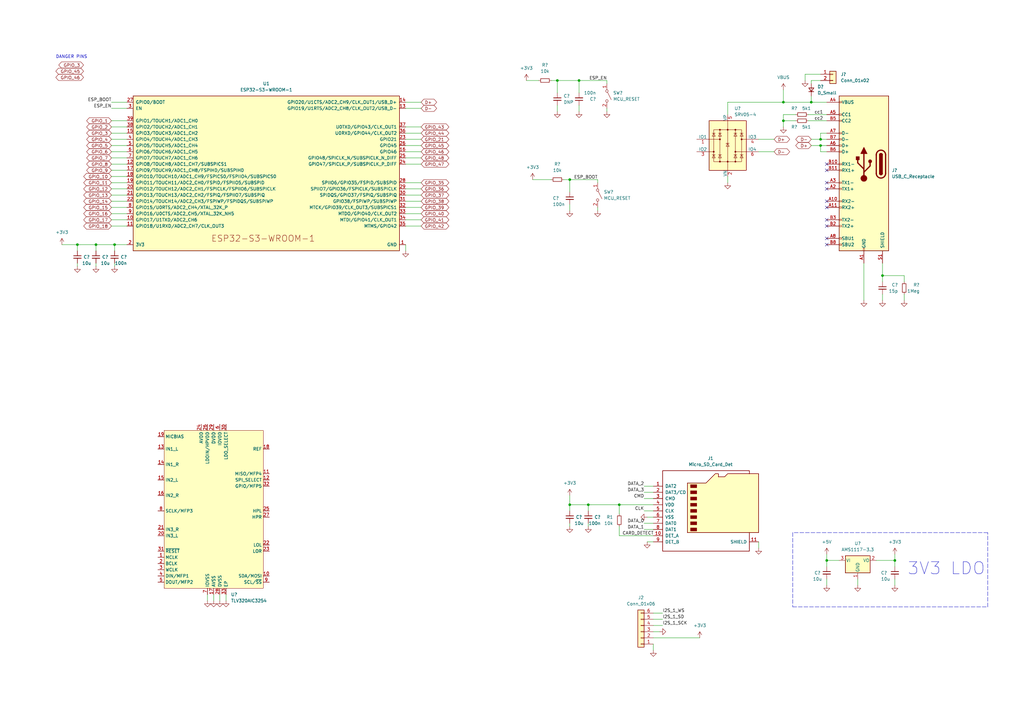
<source format=kicad_sch>
(kicad_sch (version 20211123) (generator eeschema)
  (paper "A3")
  (lib_symbols
    (symbol "Connector:Micro_SD_Card_Det" (pin_names (offset 1.016))
      (property "Reference" "J" (at -16.51 17.78 0))
      (property "Value" "Micro_SD_Card_Det" (at 16.51 17.78 0))
      (symbol "Micro_SD_Card_Det_1_1"
        (pin bidirectional line (at -22.86 10.16 0) (length 3.81) (name "DAT2") (number "1"))
        (pin passive line (at -22.86 -10.16 0) (length 3.81) (name "DET_A") (number "10"))
        (pin passive line (at 20.32 -12.7 180) (length 3.81) (name "SHIELD") (number "11"))
        (pin bidirectional line (at -22.86 7.62 0) (length 3.81) (name "DAT3/CD") (number "2"))
        (pin input line (at -22.86 5.08 0) (length 3.81) (name "CMD") (number "3"))
        (pin power_in line (at -22.86 2.54 0) (length 3.81) (name "VDD") (number "4"))
        (pin input line (at -22.86 0 0) (length 3.81) (name "CLK") (number "5"))
        (pin power_in line (at -22.86 -2.54 0) (length 3.81) (name "VSS") (number "6"))
        (pin bidirectional line (at -22.86 -5.08 0) (length 3.81) (name "DAT0") (number "7"))
        (pin bidirectional line (at -22.86 -7.62 0) (length 3.81) (name "DAT1") (number "8"))
        (pin passive line (at -22.86 -12.7 0) (length 3.81) (name "DET_B") (number "9"))
      )
    )
    (symbol "Connector:USB_C_Receptacle" (pin_names (offset 1.016))
      (property "Reference" "J" (at -10.16 29.21 0))
      (property "Value" "USB_C_Receptacle" (at 10.16 29.21 0))
      (symbol "USB_C_Receptacle_1_1"
        (pin passive line (at 0 -40.64 90) (length 5.08) (name "GND") (number "A1"))
        (pin bidirectional line (at 15.24 -15.24 180) (length 5.08) (name "RX2-") (number "A10"))
        (pin bidirectional line (at 15.24 -17.78 180) (length 5.08) (name "RX2+") (number "A11"))
        (pin passive line (at 0 -40.64 90) (length 5.08) hide (name "GND") (number "A12"))
        (pin bidirectional line (at 15.24 -10.16 180) (length 5.08) (name "TX1+") (number "A2"))
        (pin bidirectional line (at 15.24 -7.62 180) (length 5.08) (name "TX1-") (number "A3"))
        (pin passive line (at 15.24 25.4 180) (length 5.08) (name "VBUS") (number "A4"))
        (pin bidirectional line (at 15.24 20.32 180) (length 5.08) (name "CC1") (number "A5"))
        (pin bidirectional line (at 15.24 7.62 180) (length 5.08) (name "D+") (number "A6"))
        (pin bidirectional line (at 15.24 12.7 180) (length 5.08) (name "D-") (number "A7"))
        (pin bidirectional line (at 15.24 -30.48 180) (length 5.08) (name "SBU1") (number "A8"))
        (pin passive line (at 15.24 25.4 180) (length 5.08) hide (name "VBUS") (number "A9"))
        (pin passive line (at 0 -40.64 90) (length 5.08) hide (name "GND") (number "B1"))
        (pin bidirectional line (at 15.24 0 180) (length 5.08) (name "RX1-") (number "B10"))
        (pin bidirectional line (at 15.24 -2.54 180) (length 5.08) (name "RX1+") (number "B11"))
        (pin passive line (at 0 -40.64 90) (length 5.08) hide (name "GND") (number "B12"))
        (pin bidirectional line (at 15.24 -25.4 180) (length 5.08) (name "TX2+") (number "B2"))
        (pin bidirectional line (at 15.24 -22.86 180) (length 5.08) (name "TX2-") (number "B3"))
        (pin passive line (at 15.24 25.4 180) (length 5.08) hide (name "VBUS") (number "B4"))
        (pin bidirectional line (at 15.24 17.78 180) (length 5.08) (name "CC2") (number "B5"))
        (pin bidirectional line (at 15.24 5.08 180) (length 5.08) (name "D+") (number "B6"))
        (pin bidirectional line (at 15.24 10.16 180) (length 5.08) (name "D-") (number "B7"))
        (pin bidirectional line (at 15.24 -33.02 180) (length 5.08) (name "SBU2") (number "B8"))
        (pin passive line (at 15.24 25.4 180) (length 5.08) hide (name "VBUS") (number "B9"))
        (pin passive line (at -7.62 -40.64 90) (length 5.08) (name "SHIELD") (number "S1"))
      )
    )
    (symbol "Connector_Generic:Conn_01x02" (pin_names (offset 1.016) hide)
      (property "Reference" "J" (at 0 2.54 0))
      (property "Value" "Conn_01x02" (at 0 -5.08 0))
      (symbol "Conn_01x02_1_1"
        (pin passive line (at -5.08 0 0) (length 3.81) (name "Pin_1") (number "1"))
        (pin passive line (at -5.08 -2.54 0) (length 3.81) (name "Pin_2") (number "2"))
      )
    )
    (symbol "Connector_Generic:Conn_01x06" (pin_names (offset 1.016) hide)
      (property "Reference" "J" (at 0 7.62 0))
      (property "Value" "Conn_01x06" (at 0 -10.16 0))
      (symbol "Conn_01x06_1_1"
        (pin passive line (at -5.08 5.08 0) (length 3.81) (name "Pin_1") (number "1"))
        (pin passive line (at -5.08 2.54 0) (length 3.81) (name "Pin_2") (number "2"))
        (pin passive line (at -5.08 0 0) (length 3.81) (name "Pin_3") (number "3"))
        (pin passive line (at -5.08 -2.54 0) (length 3.81) (name "Pin_4") (number "4"))
        (pin passive line (at -5.08 -5.08 0) (length 3.81) (name "Pin_5") (number "5"))
        (pin passive line (at -5.08 -7.62 0) (length 3.81) (name "Pin_6") (number "6"))
      )
    )
    (symbol "Device:C" (pin_numbers hide) (pin_names (offset 0.254))
      (property "Reference" "C" (at 0.635 2.54 0))
      (property "Value" "C" (at 0.635 -2.54 0))
      (symbol "C_1_1"
        (pin passive line (at 0 3.81 270) (length 2.794) (name "~") (number "1"))
        (pin passive line (at 0 -3.81 90) (length 2.794) (name "~") (number "2"))
      )
    )
    (symbol "Device:C_Small" (pin_numbers hide) (pin_names (offset 0.254) hide)
      (property "Reference" "C" (at 0.254 1.778 0))
      (property "Value" "C_Small" (at 0.254 -2.032 0))
      (symbol "C_Small_1_1"
        (pin passive line (at 0 2.54 270) (length 2.032) (name "~") (number "1"))
        (pin passive line (at 0 -2.54 90) (length 2.032) (name "~") (number "2"))
      )
    )
    (symbol "Device:D_Small" (pin_numbers hide) (pin_names (offset 0.254) hide)
      (property "Reference" "D" (at -1.27 2.032 0))
      (property "Value" "D_Small" (at -3.81 -2.032 0))
      (symbol "D_Small_1_1"
        (pin passive line (at -2.54 0 0) (length 1.778) (name "K") (number "1"))
        (pin passive line (at 2.54 0 180) (length 1.778) (name "A") (number "2"))
      )
    )
    (symbol "Device:LED_Small" (pin_numbers hide) (pin_names (offset 0.254) hide)
      (property "Reference" "D" (at -1.27 3.175 0))
      (property "Value" "LED_Small" (at -4.445 -2.54 0))
      (symbol "LED_Small_1_1"
        (pin passive line (at -2.54 0 0) (length 1.778) (name "K") (number "1"))
        (pin passive line (at 2.54 0 180) (length 1.778) (name "A") (number "2"))
      )
    )
    (symbol "Device:L_Small" (pin_numbers hide) (pin_names (offset 0.254) hide)
      (property "Reference" "L" (at 0.762 1.016 0))
      (property "Value" "L_Small" (at 0.762 -1.016 0))
      (symbol "L_Small_1_1"
        (pin passive line (at 0 2.54 270) (length 0.508) (name "~") (number "1"))
        (pin passive line (at 0 -2.54 90) (length 0.508) (name "~") (number "2"))
      )
    )
    (symbol "Device:R" (pin_numbers hide) (pin_names (offset 0))
      (property "Reference" "R" (at 2.032 0 90))
      (property "Value" "R" (at 0 0 90))
      (symbol "R_1_1"
        (pin passive line (at 0 3.81 270) (length 1.27) (name "~") (number "1"))
        (pin passive line (at 0 -3.81 90) (length 1.27) (name "~") (number "2"))
      )
    )
    (symbol "Device:R_Small" (pin_numbers hide) (pin_names (offset 0.254) hide)
      (property "Reference" "R" (at 0.762 0.508 0))
      (property "Value" "R_Small" (at 0.762 -1.016 0))
      (symbol "R_Small_1_1"
        (pin passive line (at 0 2.54 270) (length 0.762) (name "~") (number "1"))
        (pin passive line (at 0 -2.54 90) (length 0.762) (name "~") (number "2"))
      )
    )
    (symbol "Espressif:ESP32-S3-WROOM-1" (pin_names (offset 1.016))
      (property "Reference" "U" (at -53.34 38.1 0))
      (property "Value" "ESP32-S3-WROOM-1" (at -53.34 35.56 0))
      (symbol "ESP32-S3-WROOM-1_0_0"
        (text "ESP32-S3-WROOM-1" (at 0 -25.4 0) (effects (font (size 2.54 2.54))))
        (pin power_in line (at 58.42 -27.94 180) (length 2.54) (name "GND") (number "1"))
        (pin bidirectional line (at -55.88 -17.78 0) (length 2.54) (name "GPIO17/U1TXD/ADC2_CH6") (number "10"))
        (pin bidirectional line (at -55.88 -20.32 0) (length 2.54) (name "GPIO18/U1RXD/ADC2_CH7/CLK_OUT3") (number "11"))
        (pin bidirectional line (at -55.88 5.08 0) (length 2.54) (name "GPIO8/TOUCH8/ADC1_CH7/SUBSPICS1") (number "12"))
        (pin bidirectional line (at 58.42 27.94 180) (length 2.54) (name "GPIO19/U1RTS/ADC2_CH8/CLK_OUT2/USB_D-") (number "13"))
        (pin bidirectional line (at 58.42 30.48 180) (length 2.54) (name "GPIO20/U1CTS/ADC2_CH9/CLK_OUT1/USB_D+") (number "14"))
        (pin bidirectional line (at -55.88 17.78 0) (length 2.54) (name "GPIO3/TOUCH3/ADC1_CH2") (number "15"))
        (pin bidirectional line (at 58.42 10.16 180) (length 2.54) (name "GPIO46") (number "16"))
        (pin bidirectional line (at -55.88 2.54 0) (length 2.54) (name "GPIO9/TOUCH9/ADC1_CH8/FSPIHD/SUBSPIHD") (number "17"))
        (pin bidirectional line (at -55.88 0 0) (length 2.54) (name "GPIO10/TOUCH10/ADC1_CH9/FSPICS0/FSPIIO4/SUBSPICS0") (number "18"))
        (pin bidirectional line (at -55.88 -2.54 0) (length 2.54) (name "GPIO11/TOUCH11/ADC2_CH0/FSPID/FSPIIO5/SUBSPID") (number "19"))
        (pin power_in line (at -55.88 -27.94 0) (length 2.54) (name "3V3") (number "2"))
        (pin bidirectional line (at -55.88 -5.08 0) (length 2.54) (name "GPIO12/TOUCH12/ADC2_CH1/FSPICLK/FSPIIO6/SUBSPICLK") (number "20"))
        (pin bidirectional line (at -55.88 -7.62 0) (length 2.54) (name "GPIO13/TOUCH13/ADC2_CH2/FSPIQ/FSPIIO7/SUBSPIQ") (number "21"))
        (pin bidirectional line (at -55.88 -10.16 0) (length 2.54) (name "GPIO14/TOUCH14/ADC2_CH3/FSPIWP/FSPIDQS/SUBSPIWP") (number "22"))
        (pin bidirectional line (at 58.42 15.24 180) (length 2.54) (name "GPIO21") (number "23"))
        (pin bidirectional line (at 58.42 5.08 180) (length 2.54) (name "GPIO47/SPICLK_P/SUBSPICLK_P_DIFF") (number "24"))
        (pin bidirectional line (at 58.42 7.62 180) (length 2.54) (name "GPIO48/SPICLK_N/SUBSPICLK_N_DIFF") (number "25"))
        (pin bidirectional line (at 58.42 12.7 180) (length 2.54) (name "GPIO45") (number "26"))
        (pin bidirectional line (at -55.88 30.48 0) (length 2.54) (name "GPIO0/BOOT") (number "27"))
        (pin bidirectional line (at 58.42 -2.54 180) (length 2.54) (name "SPIIO6/GPIO35/FSPID/SUBSPID") (number "28"))
        (pin bidirectional line (at 58.42 -5.08 180) (length 2.54) (name "SPIIO7/GPIO36/FSPICLK/SUBSPICLK") (number "29"))
        (pin input line (at -55.88 27.94 0) (length 2.54) (name "EN") (number "3"))
        (pin bidirectional line (at 58.42 -7.62 180) (length 2.54) (name "SPIDQS/GPIO37/FSPIQ/SUBSPIQ") (number "30"))
        (pin bidirectional line (at 58.42 -10.16 180) (length 2.54) (name "GPIO38/FSPIWP/SUBSPIWP") (number "31"))
        (pin bidirectional line (at 58.42 -12.7 180) (length 2.54) (name "MTCK/GPIO39/CLK_OUT3/SUBSPICS1") (number "32"))
        (pin bidirectional line (at 58.42 -15.24 180) (length 2.54) (name "MTDO/GPIO40/CLK_OUT2") (number "33"))
        (pin bidirectional line (at 58.42 -17.78 180) (length 2.54) (name "MTDI/GPIO41/CLK_OUT1") (number "34"))
        (pin bidirectional line (at 58.42 -20.32 180) (length 2.54) (name "MTMS/GPIO42") (number "35"))
        (pin bidirectional line (at 58.42 17.78 180) (length 2.54) (name "U0RXD/GPIO44/CLK_OUT2") (number "36"))
        (pin bidirectional line (at 58.42 20.32 180) (length 2.54) (name "U0TXD/GPIO43/CLK_OUT1") (number "37"))
        (pin bidirectional line (at -55.88 20.32 0) (length 2.54) (name "GPIO2/TOUCH2/ADC1_CH1") (number "38"))
        (pin bidirectional line (at -55.88 22.86 0) (length 2.54) (name "GPIO1/TOUCH1/ADC1_CH0") (number "39"))
        (pin bidirectional line (at -55.88 15.24 0) (length 2.54) (name "GPIO4/TOUCH4/ADC1_CH3") (number "4"))
        (pin passive line (at 58.42 -27.94 180) (length 2.54) hide (name "GND") (number "40"))
        (pin passive line (at 58.42 -27.94 180) (length 2.54) hide (name "GND") (number "41"))
        (pin bidirectional line (at -55.88 12.7 0) (length 2.54) (name "GPIO5/TOUCH5/ADC1_CH4") (number "5"))
        (pin bidirectional line (at -55.88 10.16 0) (length 2.54) (name "GPIO6/TOUCH6/ADC1_CH5") (number "6"))
        (pin bidirectional line (at -55.88 7.62 0) (length 2.54) (name "GPIO7/TOUCH7/ADC1_CH6") (number "7"))
        (pin bidirectional line (at -55.88 -12.7 0) (length 2.54) (name "GPIO15/U0RTS/ADC2_CH4/XTAL_32K_P") (number "8"))
        (pin bidirectional line (at -55.88 -15.24 0) (length 2.54) (name "GPIO16/U0CTS/ADC2_CH5/XTAL_32K_NH5") (number "9"))
      )
    )
    (symbol "My_custom_lib:TLV320AIC3254"
      (property "Reference" "U" (at 17.78 34.29 0))
      (property "Value" "TLV320AIC3254" (at 2.54 2.54 0))
      (symbol "TLV320AIC3254_1_1"
        (pin input line (at -22.86 -20.32 0) (length 2.54) (name "MCLK") (number "1"))
        (pin input line (at 22.86 -27.94 180) (length 2.54) (name "SDA/MOSI") (number "10"))
        (pin input line (at 22.86 13.97 180) (length 2.54) (name "MISO/MFP4") (number "11"))
        (pin input line (at 22.86 11.43 180) (length 2.54) (name "SPI_SELECT") (number "12"))
        (pin input line (at -22.86 24.13 0) (length 2.54) (name "IN1_L") (number "13"))
        (pin input line (at -22.86 17.78 0) (length 2.54) (name "IN1_R") (number "14"))
        (pin input line (at -22.86 11.43 0) (length 2.54) (name "IN2_L") (number "15"))
        (pin input line (at -22.86 5.08 0) (length 2.54) (name "IN2_R") (number "16"))
        (pin power_in line (at 0 -35.56 90) (length 2.54) (name "AVSS") (number "17"))
        (pin input line (at 22.86 24.13 180) (length 2.54) (name "REF") (number "18"))
        (pin input line (at -22.86 29.21 0) (length 2.54) (name "MICBIAS") (number "19"))
        (pin input line (at -22.86 -22.86 0) (length 2.54) (name "BCLK") (number "2"))
        (pin input line (at -22.86 -11.43 0) (length 2.54) (name "IN3_L") (number "20"))
        (pin input line (at -22.86 -8.89 0) (length 2.54) (name "IN3_R") (number "21"))
        (pin input line (at 22.86 -15.24 180) (length 2.54) (name "LOL") (number "22"))
        (pin input line (at 22.86 -17.78 180) (length 2.54) (name "LOR") (number "23"))
        (pin power_in line (at -5.08 34.29 270) (length 2.54) (name "AVDD") (number "24"))
        (pin input line (at 22.86 -1.27 180) (length 2.54) (name "HPL") (number "25"))
        (pin power_in line (at -2.54 34.29 270) (length 2.54) (name "LDOIN/HPVDD") (number "26"))
        (pin input line (at 22.86 -3.81 180) (length 2.54) (name "HPR") (number "27"))
        (pin power_in line (at 2.54 -35.56 90) (length 2.54) (name "DVSS") (number "28"))
        (pin power_in line (at 0 34.29 270) (length 2.54) (name "DVDD") (number "29"))
        (pin input line (at -22.86 -25.4 0) (length 2.54) (name "WCLK") (number "3"))
        (pin input line (at 5.08 34.29 270) (length 2.54) (name "LDO_SELECT") (number "30"))
        (pin input line (at -22.86 -17.78 0) (length 2.54) (name "~{RESET}") (number "31"))
        (pin input line (at 22.86 8.89 180) (length 2.54) (name "GPIO/MFP5") (number "32"))
        (pin input line (at 5.08 -35.56 90) (length 2.54) (name "EP") (number "33"))
        (pin input line (at -22.86 -27.94 0) (length 2.54) (name "DIN/MFP1") (number "4"))
        (pin input line (at -22.86 -30.48 0) (length 2.54) (name "DOUT/MFP2") (number "5"))
        (pin power_in line (at 2.54 34.29 270) (length 2.54) (name "IOVDD") (number "6"))
        (pin power_in line (at -2.54 -35.56 90) (length 2.54) (name "IOVSS") (number "7"))
        (pin input line (at -22.86 -1.27 0) (length 2.54) (name "SCLK/MFP3") (number "8"))
        (pin input line (at 22.86 -30.48 180) (length 2.54) (name "SCL/~{SS}") (number "9"))
      )
    )
    (symbol "Power_Protection:SRV05-4" (pin_names (offset 0))
      (property "Reference" "U" (at -5.08 11.43 0))
      (property "Value" "SRV05-4" (at 2.54 11.43 0))
      (symbol "SRV05-4_1_1"
        (pin passive line (at -12.7 2.54 0) (length 5.08) (name "IO1") (number "1"))
        (pin passive line (at 0 -12.7 90) (length 2.54) (name "VN") (number "2"))
        (pin passive line (at -12.7 -2.54 0) (length 5.08) (name "IO2") (number "3"))
        (pin passive line (at 12.7 2.54 180) (length 5.08) (name "IO3") (number "4"))
        (pin passive line (at 0 12.7 270) (length 2.54) (name "VP") (number "5"))
        (pin passive line (at 12.7 -2.54 180) (length 5.08) (name "IO4") (number "6"))
      )
    )
    (symbol "Regulator_Linear:AMS1117-3.3" (pin_names (offset 0.254))
      (property "Reference" "U" (at -3.81 3.175 0))
      (property "Value" "AMS1117-3.3" (at 0 3.175 0))
      (symbol "AMS1117-3.3_1_1"
        (pin power_in line (at 0 -7.62 90) (length 2.54) (name "GND") (number "1"))
        (pin power_out line (at 7.62 0 180) (length 2.54) (name "VO") (number "2"))
        (pin power_in line (at -7.62 0 0) (length 2.54) (name "VI") (number "3"))
      )
    )
    (symbol "Switch:SW_SPST" (pin_names (offset 0) hide)
      (property "Reference" "SW" (at 0 3.175 0))
      (property "Value" "SW_SPST" (at 0 -2.54 0))
      (symbol "SW_SPST_1_1"
        (pin passive line (at -5.08 0 0) (length 2.54) (name "A") (number "1"))
        (pin passive line (at 5.08 0 180) (length 2.54) (name "B") (number "2"))
      )
    )
    (symbol "power:+3V3" (power) (pin_names (offset 0))
      (property "Value" "+3V3" (at 0 3.556 0))
      (symbol "+3V3_1_1"
        (pin power_in line (at 0 0 90) (length 0) hide (name "+3V3") (number "1"))
      )
    )
    (symbol "power:+5V" (power) (pin_names (offset 0))
      (property "Value" "+5V" (at 0 3.556 0))
      (symbol "+5V_1_1"
        (pin power_in line (at 0 0 90) (length 0) hide (name "+5V") (number "1"))
      )
    )
    (symbol "power:GND" (power) (pin_names (offset 0))
      (property "Value" "GND" (at 0 -3.81 0))
      (symbol "GND_1_1"
        (pin power_in line (at 0 0 270) (length 0) hide (name "GND") (number "1"))
      )
    )
    (symbol "power:VBUS" (power) (pin_names (offset 0))
      (property "Value" "VBUS" (at 0 3.81 0))
      (symbol "VBUS_1_1"
        (pin power_in line (at 0 0 90) (length 0) hide (name "VBUS") (number "1"))
      )
    )
  )
  (junction (at 339.09 229.87))
  (junction (at 254 207.01))
  (junction (at 228.6 33.02))
  (junction (at 233.68 207.01))
  (junction (at 332.74 41.91))
  (junction (at 321.31 41.91))
  (junction (at 336.55 59.69))
  (junction (at 233.68 73.66))
  (junction (at 241.3 207.01))
  (junction (at 321.31 49.53))
  (junction (at 31.75 100.33))
  (junction (at 46.99 100.33))
  (junction (at 336.55 57.15))
  (junction (at 39.37 100.33))
  (junction (at 237.49 33.02))
  (junction (at 361.95 113.03))
  (junction (at 367.03 229.87))
  (no_connect (at 339.09 97.79))
  (no_connect (at 339.09 82.55))
  (no_connect (at 339.09 67.31))
  (no_connect (at 339.09 77.47))
  (no_connect (at 339.09 85.09))
  (no_connect (at 339.09 92.71))
  (no_connect (at 339.09 74.93))
  (no_connect (at 339.09 69.85))
  (no_connect (at 339.09 100.33))
  (no_connect (at 339.09 90.17))
  (wire (pts (xy 248.92 44.45) (xy 248.92 45.72)))
  (wire (pts (xy 245.11 85.09) (xy 245.11 86.36)))
  (wire (pts (xy 267.97 261.62) (xy 287.02 261.62)))
  (wire (pts (xy 317.5 57.15) (xy 311.15 57.15)))
  (wire (pts (xy 45.72 41.91) (xy 52.07 41.91)))
  (wire (pts (xy 228.6 38.1) (xy 228.6 33.02)))
  (wire (pts (xy 241.3 207.01) (xy 254 207.01)))
  (wire (pts (xy 267.97 256.54) (xy 271.78 256.54)))
  (wire (pts (xy 45.72 49.53) (xy 52.07 49.53)))
  (wire (pts (xy 172.72 77.47) (xy 166.37 77.47)))
  (wire (pts (xy 267.97 259.08) (xy 270.51 259.08)))
  (wire (pts (xy 172.72 59.69) (xy 166.37 59.69)))
  (wire (pts (xy 351.79 240.03) (xy 351.79 237.49)))
  (wire (pts (xy 248.92 33.02) (xy 248.92 34.29)))
  (wire (pts (xy 39.37 100.33) (xy 39.37 102.87)))
  (wire (pts (xy 228.6 33.02) (xy 237.49 33.02)))
  (wire (pts (xy 33.02 -33.02) (xy 33.02 -31.75)))
  (wire (pts (xy 45.72 69.85) (xy 52.07 69.85)))
  (wire (pts (xy 370.84 120.65) (xy 370.84 123.19)))
  (wire (pts (xy 336.55 54.61) (xy 336.55 57.15)))
  (wire (pts (xy 298.45 46.99) (xy 298.45 41.91)))
  (wire (pts (xy 331.47 49.53) (xy 339.09 49.53)))
  (wire (pts (xy 267.97 254) (xy 271.78 254)))
  (wire (pts (xy 361.95 113.03) (xy 370.84 113.03)))
  (wire (pts (xy 45.72 44.45) (xy 52.07 44.45)))
  (wire (pts (xy 45.72 64.77) (xy 52.07 64.77)))
  (wire (pts (xy 45.72 82.55) (xy 52.07 82.55)))
  (wire (pts (xy 45.72 52.07) (xy 52.07 52.07)))
  (wire (pts (xy 332.74 59.69) (xy 336.55 59.69)))
  (wire (pts (xy 361.95 113.03) (xy 361.95 107.95)))
  (wire (pts (xy 87.63 243.84) (xy 87.63 246.38)))
  (wire (pts (xy 332.74 41.91) (xy 339.09 41.91)))
  (wire (pts (xy 370.84 113.03) (xy 370.84 115.57)))
  (wire (pts (xy 339.09 240.03) (xy 339.09 237.49)))
  (wire (pts (xy 39.37 107.95) (xy 39.37 109.22)))
  (wire (pts (xy 339.09 232.41) (xy 339.09 229.87)))
  (wire (pts (xy 52.07 100.33) (xy 46.99 100.33)))
  (wire (pts (xy 254 219.71) (xy 254 215.9)))
  (wire (pts (xy 264.16 199.39) (xy 267.97 199.39)))
  (wire (pts (xy 298.45 74.93) (xy 298.45 72.39)))
  (wire (pts (xy 336.55 54.61) (xy 339.09 54.61)))
  (wire (pts (xy 336.55 33.02) (xy 332.74 33.02)))
  (wire (pts (xy 172.72 44.45) (xy 166.37 44.45)))
  (wire (pts (xy 336.55 57.15) (xy 339.09 57.15)))
  (wire (pts (xy 367.03 232.41) (xy 367.03 229.87)))
  (wire (pts (xy 254 207.01) (xy 267.97 207.01)))
  (wire (pts (xy 45.72 92.71) (xy 52.07 92.71)))
  (wire (pts (xy 367.03 227.33) (xy 367.03 229.87)))
  (wire (pts (xy 237.49 38.1) (xy 237.49 33.02)))
  (wire (pts (xy 25.4 100.33) (xy 31.75 100.33)))
  (wire (pts (xy 321.31 52.07) (xy 321.31 49.53)))
  (wire (pts (xy 233.68 214.63) (xy 233.68 215.9)))
  (wire (pts (xy 264.16 217.17) (xy 267.97 217.17)))
  (wire (pts (xy 332.74 57.15) (xy 336.55 57.15)))
  (wire (pts (xy 45.72 67.31) (xy 52.07 67.31)))
  (wire (pts (xy 116.84 -34.29) (xy 116.84 -31.75)))
  (wire (pts (xy 332.74 33.02) (xy 332.74 34.29)))
  (wire (pts (xy 233.68 73.66) (xy 231.14 73.66)))
  (wire (pts (xy 90.17 243.84) (xy 90.17 246.38)))
  (wire (pts (xy 237.49 33.02) (xy 248.92 33.02)))
  (wire (pts (xy 336.55 59.69) (xy 336.55 62.23)))
  (wire (pts (xy 264.16 204.47) (xy 267.97 204.47)))
  (wire (pts (xy 172.72 92.71) (xy 166.37 92.71)))
  (wire (pts (xy 361.95 120.65) (xy 361.95 123.19)))
  (wire (pts (xy 45.72 74.93) (xy 52.07 74.93)))
  (wire (pts (xy 237.49 43.18) (xy 237.49 45.72)))
  (wire (pts (xy 226.06 33.02) (xy 228.6 33.02)))
  (wire (pts (xy 45.72 85.09) (xy 52.07 85.09)))
  (wire (pts (xy 330.2 30.48) (xy 330.2 33.02)))
  (wire (pts (xy 267.97 264.16) (xy 267.97 266.7)))
  (wire (pts (xy 33.02 -40.64) (xy 33.02 -38.1)))
  (wire (pts (xy 330.2 30.48) (xy 336.55 30.48)))
  (wire (pts (xy 218.44 73.66) (xy 226.06 73.66)))
  (wire (pts (xy 245.11 74.93) (xy 245.11 73.66)))
  (wire (pts (xy 172.72 74.93) (xy 166.37 74.93)))
  (wire (pts (xy 46.99 100.33) (xy 39.37 100.33)))
  (wire (pts (xy 45.72 80.01) (xy 52.07 80.01)))
  (wire (pts (xy 265.43 222.25) (xy 267.97 222.25)))
  (wire (pts (xy 172.72 62.23) (xy 166.37 62.23)))
  (wire (pts (xy 233.68 73.66) (xy 245.11 73.66)))
  (wire (pts (xy 31.75 100.33) (xy 31.75 102.87)))
  (wire (pts (xy 233.68 78.74) (xy 233.68 73.66)))
  (wire (pts (xy 166.37 100.33) (xy 166.37 102.87)))
  (wire (pts (xy 233.68 83.82) (xy 233.68 86.36)))
  (wire (pts (xy 45.72 57.15) (xy 52.07 57.15)))
  (wire (pts (xy 172.72 54.61) (xy 166.37 54.61)))
  (wire (pts (xy 321.31 46.99) (xy 326.39 46.99)))
  (wire (pts (xy 92.71 243.84) (xy 92.71 246.38)))
  (wire (pts (xy 233.68 207.01) (xy 233.68 209.55)))
  (wire (pts (xy 233.68 203.2) (xy 233.68 207.01)))
  (polyline (pts (xy 325.12 248.92) (xy 405.13 248.92)))
  (wire (pts (xy 267.97 212.09) (xy 265.43 212.09)))
  (polyline (pts (xy 405.13 218.44) (xy 325.12 218.44)))
  (wire (pts (xy 264.16 201.93) (xy 267.97 201.93)))
  (wire (pts (xy 336.55 59.69) (xy 339.09 59.69)))
  (wire (pts (xy 354.33 107.95) (xy 354.33 123.19)))
  (wire (pts (xy 45.72 54.61) (xy 52.07 54.61)))
  (wire (pts (xy 336.55 62.23) (xy 339.09 62.23)))
  (wire (pts (xy 254 210.82) (xy 254 207.01)))
  (wire (pts (xy 85.09 243.84) (xy 85.09 246.38)))
  (wire (pts (xy 311.15 222.25) (xy 311.15 224.79)))
  (wire (pts (xy 241.3 207.01) (xy 241.3 209.55)))
  (wire (pts (xy 116.84 -44.45) (xy 116.84 -39.37)))
  (wire (pts (xy 317.5 62.23) (xy 311.15 62.23)))
  (wire (pts (xy 172.72 67.31) (xy 166.37 67.31)))
  (wire (pts (xy 45.72 77.47) (xy 52.07 77.47)))
  (wire (pts (xy 254 219.71) (xy 267.97 219.71)))
  (wire (pts (xy 321.31 36.83) (xy 321.31 41.91)))
  (wire (pts (xy 367.03 240.03) (xy 367.03 237.49)))
  (wire (pts (xy 172.72 82.55) (xy 166.37 82.55)))
  (polyline (pts (xy 325.12 218.44) (xy 325.12 248.92)))
  (wire (pts (xy 172.72 90.17) (xy 166.37 90.17)))
  (wire (pts (xy 339.09 229.87) (xy 344.17 229.87)))
  (wire (pts (xy 45.72 62.23) (xy 52.07 62.23)))
  (wire (pts (xy 267.97 251.46) (xy 271.78 251.46)))
  (wire (pts (xy 339.09 227.33) (xy 339.09 229.87)))
  (wire (pts (xy 228.6 43.18) (xy 228.6 45.72)))
  (wire (pts (xy 46.99 100.33) (xy 46.99 102.87)))
  (wire (pts (xy 321.31 49.53) (xy 321.31 46.99)))
  (wire (pts (xy 45.72 72.39) (xy 52.07 72.39)))
  (wire (pts (xy 264.16 214.63) (xy 267.97 214.63)))
  (wire (pts (xy 172.72 57.15) (xy 166.37 57.15)))
  (wire (pts (xy 361.95 113.03) (xy 361.95 115.57)))
  (wire (pts (xy 45.72 90.17) (xy 52.07 90.17)))
  (wire (pts (xy 45.72 59.69) (xy 52.07 59.69)))
  (wire (pts (xy 172.72 87.63) (xy 166.37 87.63)))
  (wire (pts (xy 172.72 80.01) (xy 166.37 80.01)))
  (wire (pts (xy 359.41 229.87) (xy 367.03 229.87)))
  (wire (pts (xy 31.75 100.33) (xy 39.37 100.33)))
  (polyline (pts (xy 405.13 248.92) (xy 405.13 218.44)))
  (wire (pts (xy 298.45 41.91) (xy 321.31 41.91)))
  (wire (pts (xy 215.9 33.02) (xy 220.98 33.02)))
  (wire (pts (xy 332.74 39.37) (xy 332.74 41.91)))
  (wire (pts (xy 172.72 64.77) (xy 166.37 64.77)))
  (wire (pts (xy 233.68 207.01) (xy 241.3 207.01)))
  (wire (pts (xy 45.72 87.63) (xy 52.07 87.63)))
  (wire (pts (xy 326.39 49.53) (xy 321.31 49.53)))
  (wire (pts (xy 321.31 41.91) (xy 332.74 41.91)))
  (wire (pts (xy 172.72 41.91) (xy 166.37 41.91)))
  (wire (pts (xy 46.99 107.95) (xy 46.99 109.22)))
  (wire (pts (xy 172.72 85.09) (xy 166.37 85.09)))
  (wire (pts (xy 172.72 52.07) (xy 166.37 52.07)))
  (wire (pts (xy 31.75 107.95) (xy 31.75 109.22)))
  (wire (pts (xy 264.16 209.55) (xy 267.97 209.55)))
  (wire (pts (xy 331.47 46.99) (xy 339.09 46.99)))
  (wire (pts (xy 241.3 214.63) (xy 241.3 215.9)))
  (text "DANGER PINS\n" (at 22.86 24.13 0) (effects (font (size 1.27 1.27)) (justify left bottom)))
  (text "3V3 LDO" (at 372.11 236.22 0) (effects (font (size 5 5)) (justify left bottom)))
  (label "DATA_2" (at 264.16 199.39 180))
  (label "I2S_1_SD" (at 271.78 254 0))
  (label "CARD_DETECT" (at 255.27 219.71 0))
  (label "I2S_1_SCK" (at 271.78 256.54 0))
  (label "I2S_1_WS" (at 271.78 251.46 0))
  (label "ESP_BOOT" (at 45.72 41.91 180))
  (label "DATA_3" (at 264.16 201.93 180))
  (label "ESP_EN" (at 248.92 33.02 180))
  (label "cc1" (at 334.01 46.99 0))
  (label "CMD" (at 264.16 204.47 180))
  (label "ESP_BOOT" (at 245.11 73.66 180))
  (label "cc2" (at 334.01 49.53 0))
  (label "DATA_0" (at 264.16 214.63 180))
  (label "DATA_1" (at 264.16 217.17 180))
  (label "CLK" (at 264.16 209.55 180))
  (label "ESP_EN" (at 45.72 44.45 180))
  (global_label "GPIO_4" (shape bidirectional) (at 45.72 57.15 180) (property "Intersheet References" "${INTERSHEET_REFS}" (effects hide)))
  (global_label "GPIO_2" (shape bidirectional) (at -34.29 59.69 180) (property "Intersheet References" "${INTERSHEET_REFS}" (effects hide)))
  (global_label "GPIO_8" (shape bidirectional) (at 45.72 67.31 180) (property "Intersheet References" "${INTERSHEET_REFS}" (effects hide)))
  (global_label "GPIO_45" (shape bidirectional) (at 34.29 29.21 180) (property "Intersheet References" "${INTERSHEET_REFS}" (effects hide)))
  (global_label "GPIO_11" (shape bidirectional) (at 45.72 74.93 180) (property "Intersheet References" "${INTERSHEET_REFS}" (effects hide)))
  (global_label "GPIO_15" (shape bidirectional) (at 45.72 85.09 180) (property "Intersheet References" "${INTERSHEET_REFS}" (effects hide)))
  (global_label "GPIO_9" (shape bidirectional) (at 45.72 69.85 180) (property "Intersheet References" "${INTERSHEET_REFS}" (effects hide)))
  (global_label "GPIO_10" (shape bidirectional) (at -34.29 80.01 180) (property "Intersheet References" "${INTERSHEET_REFS}" (effects hide)))
  (global_label "D-" (shape bidirectional) (at 172.72 44.45 0) (property "Intersheet References" "${INTERSHEET_REFS}" (effects hide)))
  (global_label "GPIO_42" (shape bidirectional) (at -34.29 120.65 180) (property "Intersheet References" "${INTERSHEET_REFS}" (effects hide)))
  (global_label "GPIO_47" (shape bidirectional) (at -34.29 138.43 180) (property "Intersheet References" "${INTERSHEET_REFS}" (effects hide)))
  (global_label "GPIO_45" (shape bidirectional) (at 172.72 59.69 0) (property "Intersheet References" "${INTERSHEET_REFS}" (effects hide)))
  (global_label "GPIO_5" (shape bidirectional) (at 45.72 59.69 180) (property "Intersheet References" "${INTERSHEET_REFS}" (effects hide)))
  (global_label "GPIO_1" (shape bidirectional) (at -34.29 57.15 180) (property "Intersheet References" "${INTERSHEET_REFS}" (effects hide)))
  (global_label "GPIO_7" (shape bidirectional) (at -34.29 72.39 180) (property "Intersheet References" "${INTERSHEET_REFS}" (effects hide)))
  (global_label "GPIO_41" (shape bidirectional) (at 172.72 90.17 0) (property "Intersheet References" "${INTERSHEET_REFS}" (effects hide)))
  (global_label "GPIO_41" (shape bidirectional) (at -34.29 118.11 180) (property "Intersheet References" "${INTERSHEET_REFS}" (effects hide)))
  (global_label "GPIO_2" (shape bidirectional) (at 45.72 52.07 180) (property "Intersheet References" "${INTERSHEET_REFS}" (effects hide)))
  (global_label "GPIO_48" (shape bidirectional) (at 172.72 64.77 0) (property "Intersheet References" "${INTERSHEET_REFS}" (effects hide)))
  (global_label "GPIO_5" (shape bidirectional) (at -34.29 67.31 180) (property "Intersheet References" "${INTERSHEET_REFS}" (effects hide)))
  (global_label "GPIO_16" (shape bidirectional) (at 45.72 87.63 180) (property "Intersheet References" "${INTERSHEET_REFS}" (effects hide)))
  (global_label "GPIO_40" (shape bidirectional) (at -34.29 115.57 180) (property "Intersheet References" "${INTERSHEET_REFS}" (effects hide)))
  (global_label "GPIO_35" (shape bidirectional) (at -34.29 102.87 180) (property "Intersheet References" "${INTERSHEET_REFS}" (effects hide)))
  (global_label "GPIO_11" (shape bidirectional) (at -34.29 82.55 180) (property "Intersheet References" "${INTERSHEET_REFS}" (effects hide)))
  (global_label "D+" (shape bidirectional) (at 172.72 41.91 0) (property "Intersheet References" "${INTERSHEET_REFS}" (effects hide)))
  (global_label "GPIO_43" (shape bidirectional) (at 172.72 52.07 0) (property "Intersheet References" "${INTERSHEET_REFS}" (effects hide)))
  (global_label "GPIO_8" (shape bidirectional) (at -34.29 74.93 180) (property "Intersheet References" "${INTERSHEET_REFS}" (effects hide)))
  (global_label "GPIO_14" (shape bidirectional) (at -34.29 90.17 180) (property "Intersheet References" "${INTERSHEET_REFS}" (effects hide)))
  (global_label "GPIO_48" (shape bidirectional) (at -34.29 135.89 180) (property "Intersheet References" "${INTERSHEET_REFS}" (effects hide)))
  (global_label "GPIO_13" (shape bidirectional) (at 45.72 80.01 180) (property "Intersheet References" "${INTERSHEET_REFS}" (effects hide)))
  (global_label "GPIO_12" (shape bidirectional) (at 45.72 77.47 180) (property "Intersheet References" "${INTERSHEET_REFS}" (effects hide)))
  (global_label "GPIO_44" (shape bidirectional) (at -34.29 125.73 180) (property "Intersheet References" "${INTERSHEET_REFS}" (effects hide)))
  (global_label "GPIO_18" (shape bidirectional) (at -34.29 100.33 180) (property "Intersheet References" "${INTERSHEET_REFS}" (effects hide)))
  (global_label "GPIO_36" (shape bidirectional) (at -34.29 105.41 180) (property "Intersheet References" "${INTERSHEET_REFS}" (effects hide)))
  (global_label "D+" (shape bidirectional) (at 332.74 59.69 180) (property "Intersheet References" "${INTERSHEET_REFS}" (effects hide)))
  (global_label "GPIO_9" (shape bidirectional) (at -34.29 77.47 180) (property "Intersheet References" "${INTERSHEET_REFS}" (effects hide)))
  (global_label "GPIO_44" (shape bidirectional) (at 172.72 54.61 0) (property "Intersheet References" "${INTERSHEET_REFS}" (effects hide)))
  (global_label "GPIO_1" (shape bidirectional) (at 45.72 49.53 180) (property "Intersheet References" "${INTERSHEET_REFS}" (effects hide)))
  (global_label "D+" (shape bidirectional) (at 317.5 57.15 0) (property "Intersheet References" "${INTERSHEET_REFS}" (effects hide)))
  (global_label "GPIO_18" (shape bidirectional) (at 45.72 92.71 180) (property "Intersheet References" "${INTERSHEET_REFS}" (effects hide)))
  (global_label "GPIO_3" (shape bidirectional) (at 45.72 54.61 180) (property "Intersheet References" "${INTERSHEET_REFS}" (effects hide)))
  (global_label "GPIO_36" (shape bidirectional) (at 172.72 77.47 0) (property "Intersheet References" "${INTERSHEET_REFS}" (effects hide)))
  (global_label "GPIO_39" (shape bidirectional) (at 172.72 85.09 0) (property "Intersheet References" "${INTERSHEET_REFS}" (effects hide)))
  (global_label "GPIO_42" (shape bidirectional) (at 172.72 92.71 0) (property "Intersheet References" "${INTERSHEET_REFS}" (effects hide)))
  (global_label "GPIO_14" (shape bidirectional) (at 45.72 82.55 180) (property "Intersheet References" "${INTERSHEET_REFS}" (effects hide)))
  (global_label "GPIO_38" (shape bidirectional) (at 172.72 82.55 0) (property "Intersheet References" "${INTERSHEET_REFS}" (effects hide)))
  (global_label "GPIO_3" (shape bidirectional) (at 34.29 26.67 180) (property "Intersheet References" "${INTERSHEET_REFS}" (effects hide)))
  (global_label "GPIO_10" (shape bidirectional) (at 45.72 72.39 180) (property "Intersheet References" "${INTERSHEET_REFS}" (effects hide)))
  (global_label "GPIO_46" (shape bidirectional) (at 172.72 62.23 0) (property "Intersheet References" "${INTERSHEET_REFS}" (effects hide)))
  (global_label "GPIO_21" (shape bidirectional) (at 172.72 57.15 0) (property "Intersheet References" "${INTERSHEET_REFS}" (effects hide)))
  (global_label "GPIO_17" (shape bidirectional) (at 45.72 90.17 180) (property "Intersheet References" "${INTERSHEET_REFS}" (effects hide)))
  (global_label "GPIO_12" (shape bidirectional) (at -34.29 85.09 180) (property "Intersheet References" "${INTERSHEET_REFS}" (effects hide)))
  (global_label "GPIO_7" (shape bidirectional) (at 45.72 64.77 180) (property "Intersheet References" "${INTERSHEET_REFS}" (effects hide)))
  (global_label "GPIO_35" (shape bidirectional) (at 172.72 74.93 0) (property "Intersheet References" "${INTERSHEET_REFS}" (effects hide)))
  (global_label "D-" (shape bidirectional) (at 317.5 62.23 0) (property "Intersheet References" "${INTERSHEET_REFS}" (effects hide)))
  (global_label "GPIO_6" (shape bidirectional) (at 45.72 62.23 180) (property "Intersheet References" "${INTERSHEET_REFS}" (effects hide)))
  (global_label "GPIO_43" (shape bidirectional) (at -34.29 123.19 180) (property "Intersheet References" "${INTERSHEET_REFS}" (effects hide)))
  (global_label "GPIO_21" (shape bidirectional) (at -34.29 128.27 180) (property "Intersheet References" "${INTERSHEET_REFS}" (effects hide)))
  (global_label "GPIO_40" (shape bidirectional) (at 172.72 87.63 0) (property "Intersheet References" "${INTERSHEET_REFS}" (effects hide)))
  (global_label "GPIO_39" (shape bidirectional) (at -34.29 113.03 180) (property "Intersheet References" "${INTERSHEET_REFS}" (effects hide)))
  (global_label "GPIO_16" (shape bidirectional) (at -34.29 95.25 180) (property "Intersheet References" "${INTERSHEET_REFS}" (effects hide)))
  (global_label "GPIO_46" (shape bidirectional) (at 34.29 31.75 180) (property "Intersheet References" "${INTERSHEET_REFS}" (effects hide)))
  (global_label "GPIO_13" (shape bidirectional) (at -34.29 87.63 180) (property "Intersheet References" "${INTERSHEET_REFS}" (effects hide)))
  (global_label "GPIO_4" (shape bidirectional) (at -34.29 64.77 180) (property "Intersheet References" "${INTERSHEET_REFS}" (effects hide)))
  (global_label "GPIO_37" (shape bidirectional) (at 172.72 80.01 0) (property "Intersheet References" "${INTERSHEET_REFS}" (effects hide)))
  (global_label "GPIO_38" (shape bidirectional) (at -34.29 110.49 180) (property "Intersheet References" "${INTERSHEET_REFS}" (effects hide)))
  (global_label "GPIO_6" (shape bidirectional) (at -34.29 69.85 180) (property "Intersheet References" "${INTERSHEET_REFS}" (effects hide)))
  (global_label "GPIO_37" (shape bidirectional) (at -34.29 107.95 180) (property "Intersheet References" "${INTERSHEET_REFS}" (effects hide)))
  (global_label "GPIO_17" (shape bidirectional) (at -34.29 97.79 180) (property "Intersheet References" "${INTERSHEET_REFS}" (effects hide)))
  (global_label "D-" (shape bidirectional) (at 332.74 57.15 180) (property "Intersheet References" "${INTERSHEET_REFS}" (effects hide)))
  (global_label "GPIO_47" (shape bidirectional) (at 172.72 67.31 0) (property "Intersheet References" "${INTERSHEET_REFS}" (effects hide)))
  (global_label "GPIO_15" (shape bidirectional) (at -34.29 92.71 180) (property "Intersheet References" "${INTERSHEET_REFS}" (effects hide)))
  (symbol (lib_id "Device:C_Small") (at 228.6 40.64 0) (unit 1)
    (property "Reference" "C?" (at 231.14 39.3762 0) (effects (justify left)))
    (property "Value" "DNP" (at 231.14 41.9162 0) (effects (justify left)))
    (property "Footprint" "Capacitor_SMD:C_0603_1608Metric_Pad1.08x0.95mm_HandSolder" (effects hide))
  )
  (symbol (lib_id "Device:D_Small") (at 332.74 36.83 90) (unit 1)
    (property "Reference" "D?" (at 335.28 35.5599 90) (effects (justify right)))
    (property "Value" "D_Small" (at 335.28 38.0999 90) (effects (justify right)))
    (property "Footprint" "Diode_SMD:D_SOD-123" (effects hide))
  )
  (symbol (lib_id "power:GND") (at 270.51 259.08 90) (unit 1)
    (property "Reference" "#PWR06" (effects hide))
    (property "Value" "GND" (effects hide))
  )
  (symbol (lib_id "power:GND") (at 85.09 246.38 0) (unit 1)
    (property "Reference" "#PWR?" (effects hide))
    (property "Value" "GND" (effects hide))
  )
  (symbol (lib_id "Device:C_Small") (at 46.99 105.41 0) (mirror y) (unit 1)
    (property "Reference" "C?" (at 52.07 105.41 0) (effects (justify left)))
    (property "Value" "100n" (at 52.07 107.95 0) (effects (justify left)))
    (property "Footprint" "Capacitor_SMD:C_0603_1608Metric_Pad1.08x0.95mm_HandSolder" (effects hide))
    (property "LCSC" "C14663" (effects hide))
  )
  (symbol (lib_id "power:+3V3") (at 367.03 227.33 0) (mirror y) (unit 1)
    (property "Reference" "#PWR?" (effects hide))
    (property "Value" "+3V3" (at 367.03 222.25 0))
  )
  (symbol (lib_id "power:GND") (at 311.15 224.79 0) (unit 1)
    (property "Reference" "#PWR03" (effects hide))
    (property "Value" "GND" (effects hide))
  )
  (symbol (lib_id "Connector_Generic:Conn_01x02") (at 341.63 30.48 0) (unit 1)
    (property "Reference" "J?" (at 344.805 30.4799 0) (effects (justify left)))
    (property "Value" "Conn_01x02" (at 344.805 33.0199 0) (effects (justify left)))
    (property "Footprint" "Connector_PinHeader_2.54mm:PinHeader_1x02_P2.54mm_Vertical" (effects hide))
  )
  (symbol (lib_id "Device:C_Small") (at 237.49 40.64 180) (unit 1)
    (property "Reference" "C?" (at 244.475 40.64 0) (effects (justify left)))
    (property "Value" "100n" (at 244.475 38.1 0) (effects (justify left)))
    (property "Footprint" "Capacitor_SMD:C_0603_1608Metric_Pad1.08x0.95mm_HandSolder" (effects hide))
    (property "LCSC" "C14663" (effects hide))
  )
  (symbol (lib_id "Device:R_Small") (at 228.6 73.66 270) (unit 1)
    (property "Reference" "R?" (at 228.6 67.31 90))
    (property "Value" "10k" (at 228.6 69.85 90))
    (property "Footprint" "Resistor_SMD:R_0603_1608Metric_Pad0.98x0.95mm_HandSolder" (effects hide))
    (property "LCSC" "C25804" (effects hide))
  )
  (symbol (lib_id "power:+3V3") (at 287.02 261.62 0) (unit 1)
    (property "Reference" "#PWR07" (effects hide))
    (property "Value" "+3V3" (at 287.02 256.54 0))
  )
  (symbol (lib_id "Device:R") (at 49.53 -35.56 180) (unit 1)
    (property "Reference" "R?" (at 55.245 -36.83 0) (effects (justify left)))
    (property "Value" "150k" (at 55.88 -34.925 0) (effects (justify left)))
    (property "Footprint" "Resistor_SMD:R_0805_2012Metric" (effects hide))
    (property "Datasheet" "https://datasheet.lcsc.com/lcsc/1810301815_UNI-ROYAL-Uniroyal-Elec-0805W8F1503T5E_C17470.pdf" (effects hide))
    (property "LCSC" "C17470" (effects hide))
  )
  (symbol (lib_id "power:GND") (at 265.43 222.25 0) (unit 1)
    (property "Reference" "#PWR0101" (effects hide))
    (property "Value" "GND" (effects hide))
  )
  (symbol (lib_id "power:GND") (at 339.09 240.03 0) (unit 1)
    (property "Reference" "#PWR?" (effects hide))
    (property "Value" "GND" (effects hide))
  )
  (symbol (lib_id "Espressif:ESP32-S3-WROOM-1") (at 107.95 72.39 0) (unit 1)
    (property "Reference" "U1" (at 109.22 34.29 0))
    (property "Value" "ESP32-S3-WROOM-1" (at 109.22 36.83 0))
    (property "Footprint" "Espressif:ESP32-S3-WROOM-1" (effects hide))
    (property "Datasheet" "https://www.espressif.com/sites/default/files/documentation/esp32-s3-wroom-1_wroom-1u_datasheet_en.pdf" (effects hide))
    (property "site" "https://jlcpcb.com/partdetail/3198302-ESP32_S3_WROOM_1N8R2/C2913204" (effects hide))
    (property "LCSC" "C2913204" (effects hide))
  )
  (symbol (lib_id "power:GND") (at 39.37 109.22 0) (mirror y) (unit 1)
    (property "Reference" "#PWR?" (effects hide))
    (property "Value" "GND" (effects hide))
  )
  (symbol (lib_id "power:+3V3") (at 233.68 203.2 0) (unit 1)
    (property "Reference" "#PWR01" (effects hide))
    (property "Value" "+3V3" (at 233.68 198.12 0))
  )
  (symbol (lib_id "Device:L_Small") (at 20.32 -34.29 90) (unit 1)
    (property "Reference" "L?" (at 20.32 -39.37 90))
    (property "Value" "L_Small" (at 20.32 -36.83 90))
    (property "Footprint" "Inductor_SMD:L_0805_2012Metric" (effects hide))
    (property "LCSC" "C1046" (effects hide))
  )
  (symbol (lib_id "Device:C_Small") (at 233.68 212.09 0) (mirror y) (unit 1)
    (property "Reference" "C?" (at 238.76 212.09 0) (effects (justify left)))
    (property "Value" "10u" (at 239.395 214.63 0) (effects (justify left)))
    (property "Footprint" "Capacitor_SMD:C_0805_2012Metric" (effects hide))
    (property "LCSC" "C15850" (effects hide))
  )
  (symbol (lib_id "Device:C_Small") (at 33.02 -35.56 0) (unit 1)
    (property "Reference" "C?" (at 27.94 -35.56 0) (effects (justify left)))
    (property "Value" "10u" (at 27.305 -33.02 0) (effects (justify left)))
    (property "Footprint" "Capacitor_SMD:C_0805_2012Metric" (effects hide))
    (property "LCSC" "C15850" (effects hide))
  )
  (symbol (lib_id "Device:R_Small") (at 370.84 118.11 0) (mirror x) (unit 1)
    (property "Reference" "R?" (at 377.19 116.84 0) (effects (justify right)))
    (property "Value" "1Meg" (at 377.19 119.38 0) (effects (justify right)))
    (property "Footprint" "Resistor_SMD:R_0603_1608Metric_Pad0.98x0.95mm_HandSolder" (effects hide))
    (property "LCSC" "C22935" (effects hide))
  )
  (symbol (lib_id "power:GND") (at 245.11 86.36 0) (unit 1)
    (property "Reference" "#PWR?" (effects hide))
    (property "Value" "GND" (effects hide))
  )
  (symbol (lib_id "Regulator_Linear:AMS1117-3.3") (at 351.79 229.87 0) (unit 1)
    (property "Reference" "U?" (at 351.79 222.885 0))
    (property "Value" "AMS1117-3.3" (at 351.79 225.425 0))
    (property "Footprint" "Package_TO_SOT_SMD:SOT-223-3_TabPin2" (effects hide))
    (property "Datasheet" "http://www.advanced-monolithic.com/pdf/ds1117.pdf" (effects hide))
    (property "LCSC" "C6186" (effects hide))
  )
  (symbol (lib_id "Connector:Micro_SD_Card_Det") (at 290.83 209.55 0) (unit 1)
    (property "Reference" "J1" (at 291.465 187.96 0))
    (property "Value" "Micro_SD_Card_Det" (at 291.465 190.5 0))
    (property "Footprint" "Connector_Card:microSD_HC_Molex_104031-0811" (effects hide))
    (property "Datasheet" "https://www.hirose.com/product/en/download_file/key_name/DM3/category/Catalog/doc_file_id/49662/?file_category_id=4&item_id=195&is_series=1" (effects hide))
    (property "site" "https://jlcpcb.com/partdetail/Molex-1040310811/C585350" (effects hide))
    (property "LCSC" "C585350" (effects hide))
  )
  (symbol (lib_id "Connector:USB_C_Receptacle") (at 354.33 67.31 0) (mirror y) (unit 1)
    (property "Reference" "J?" (at 365.76 69.8499 0) (effects (justify right)))
    (property "Value" "USB_C_Receptacle" (at 365.76 72.3899 0) (effects (justify right)))
    (property "Footprint" "Connector_USB:USB_C_Receptacle_HRO_TYPE-C-31-M-12" (effects hide))
    (property "Datasheet" "https://www.usb.org/sites/default/files/documents/usb_type-c.zip" (effects hide))
    (property "LCSC" "C319148" (effects hide))
  )
  (symbol (lib_id "power:GND") (at 46.99 109.22 0) (mirror y) (unit 1)
    (property "Reference" "#PWR?" (effects hide))
    (property "Value" "GND" (effects hide))
  )
  (symbol (lib_id "power:GND") (at 354.33 123.19 0) (unit 1)
    (property "Reference" "#PWR?" (effects hide))
    (property "Value" "GND" (effects hide))
  )
  (symbol (lib_id "Connector_Generic:Conn_01x06") (at 262.89 259.08 180) (unit 1)
    (property "Reference" "J2" (at 262.89 245.11 0))
    (property "Value" "Conn_01x06" (at 262.89 247.65 0))
    (property "Footprint" "Connector_PinHeader_2.54mm:PinHeader_1x06_P2.54mm_Vertical" (effects hide))
  )
  (symbol (lib_id "Device:C_Small") (at 241.3 212.09 0) (mirror y) (unit 1)
    (property "Reference" "C?" (at 246.38 212.09 0) (effects (justify left)))
    (property "Value" "100n" (at 246.38 214.63 0) (effects (justify left)))
    (property "Footprint" "Capacitor_SMD:C_0603_1608Metric_Pad1.08x0.95mm_HandSolder" (effects hide))
    (property "LCSC" "C14663" (effects hide))
  )
  (symbol (lib_id "Device:R_Small") (at 328.93 49.53 270) (mirror x) (unit 1)
    (property "Reference" "R?" (at 324.485 52.07 90) (effects (justify left)))
    (property "Value" "5k1" (at 328.93 52.07 90) (effects (justify left)))
    (property "Footprint" "Resistor_SMD:R_0603_1608Metric_Pad0.98x0.95mm_HandSolder" (effects hide))
    (property "LCSC" "C23186" (effects hide))
  )
  (symbol (lib_id "power:GND") (at 90.17 246.38 0) (unit 1)
    (property "Reference" "#PWR?" (effects hide))
    (property "Value" "GND" (effects hide))
  )
  (symbol (lib_id "power:GND") (at 116.84 -31.75 0) (mirror y) (unit 1)
    (property "Reference" "#PWR?" (effects hide))
    (property "Value" "GND" (effects hide))
  )
  (symbol (lib_id "Device:C_Small") (at 233.68 81.28 0) (unit 1)
    (property "Reference" "C?" (at 226.695 81.28 0) (effects (justify left)))
    (property "Value" "100n" (at 226.695 83.82 0) (effects (justify left)))
    (property "Footprint" "Capacitor_SMD:C_0603_1608Metric_Pad1.08x0.95mm_HandSolder" (effects hide))
    (property "LCSC" "C14663" (effects hide))
  )
  (symbol (lib_id "power:GND") (at 233.68 215.9 0) (mirror y) (unit 1)
    (property "Reference" "#PWR?" (effects hide))
    (property "Value" "GND" (effects hide))
  )
  (symbol (lib_id "Switch:SW_SPST") (at 248.92 39.37 270) (unit 1)
    (property "Reference" "SW?" (at 251.46 38.0999 90) (effects (justify left)))
    (property "Value" "MCU_RESET" (at 251.46 40.6399 90) (effects (justify left)))
    (property "Footprint" "SamacSys_Parts:PTS526SK15SMTR2LFS" (effects hide))
    (property "LCSC" "C318884" (effects hide))
  )
  (symbol (lib_id "Switch:SW_SPST") (at 245.11 80.01 270) (unit 1)
    (property "Reference" "SW?" (at 247.65 78.7399 90) (effects (justify left)))
    (property "Value" "MCU_RESET" (at 247.65 81.2799 90) (effects (justify left)))
    (property "Footprint" "SamacSys_Parts:PTS526SK15SMTR2LFS" (effects hide))
    (property "LCSC" "C318884" (effects hide))
  )
  (symbol (lib_id "power:GND") (at 367.03 240.03 0) (unit 1)
    (property "Reference" "#PWR?" (effects hide))
    (property "Value" "GND" (effects hide))
  )
  (symbol (lib_id "Device:R_Small") (at 254 213.36 0) (mirror x) (unit 1)
    (property "Reference" "R1" (at 251.46 212.0899 0) (effects (justify right)))
    (property "Value" "10k" (at 251.46 214.6299 0) (effects (justify right)))
    (property "Footprint" "Resistor_SMD:R_0603_1608Metric_Pad0.98x0.95mm_HandSolder" (effects hide))
    (property "LCSC" "C25804" (effects hide))
  )
  (symbol (lib_id "Device:R") (at 58.42 -35.56 0) (unit 1)
    (property "Reference" "R?" (at 60.198 -36.7284 0) (effects (justify left)))
    (property "Value" "100k" (at 60.198 -34.417 0) (effects (justify left)))
    (property "Footprint" "Resistor_SMD:R_0805_2012Metric" (effects hide))
    (property "Datasheet" "https://datasheet.lcsc.com/lcsc/1808271910_UNI-ROYAL-Uniroyal-Elec-0805W8F1003T5E_C17407.pdf" (effects hide))
    (property "LCSC" "C149504" (effects hide))
  )
  (symbol (lib_id "power:GND") (at 92.71 246.38 0) (unit 1)
    (property "Reference" "#PWR?" (effects hide))
    (property "Value" "GND" (effects hide))
  )
  (symbol (lib_id "power:VBUS") (at 321.31 36.83 0) (mirror y) (unit 1)
    (property "Reference" "#PWR?" (effects hide))
    (property "Value" "VBUS" (at 321.31 31.75 0))
  )
  (symbol (lib_id "Device:C_Small") (at 101.6 -36.83 0) (unit 1)
    (property "Reference" "C?" (at 104.14 -38.0938 0) (effects (justify left)))
    (property "Value" "15n" (at 104.14 -35.5538 0) (effects (justify left)))
    (property "Footprint" "Capacitor_SMD:C_0603_1608Metric_Pad1.08x0.95mm_HandSolder" (effects hide))
    (property "LCSC" "C1644" (effects hide))
  )
  (symbol (lib_id "Device:C_Small") (at 31.75 105.41 0) (mirror y) (unit 1)
    (property "Reference" "C?" (at 36.83 105.41 0) (effects (justify left)))
    (property "Value" "10u" (at 37.465 107.95 0) (effects (justify left)))
    (property "Footprint" "Capacitor_SMD:C_0805_2012Metric" (effects hide))
    (property "LCSC" "C15850" (effects hide))
  )
  (symbol (lib_id "Device:C") (at 78.74 -35.56 0) (unit 1)
    (property "Reference" "C?" (at 80.01 -38.1 0) (effects (justify left)))
    (property "Value" "2u2" (at 80.01 -33.02 0) (effects (justify left)))
    (property "Footprint" "Capacitor_SMD:C_0805_2012Metric" (effects hide))
    (property "Datasheet" "https://datasheet.lcsc.com/lcsc/1811101411_FH-Guangdong-Fenghua-Advanced-Tech-0805F225M500NT_C49217.pdf" (effects hide))
    (property "LCSC" "C49217" (effects hide))
  )
  (symbol (lib_id "Device:C_Small") (at 361.95 118.11 0) (mirror y) (unit 1)
    (property "Reference" "C?" (at 368.3 116.84 0) (effects (justify left)))
    (property "Value" "15p" (at 368.3 119.38 0) (effects (justify left)))
    (property "Footprint" "Capacitor_SMD:C_0603_1608Metric_Pad1.08x0.95mm_HandSolder" (effects hide))
    (property "LCSC" "C1644" (effects hide))
  )
  (symbol (lib_id "Device:C") (at 71.12 -35.56 0) (unit 1)
    (property "Reference" "C?" (at 71.755 -38.1 0) (effects (justify left)))
    (property "Value" "470n" (at 71.755 -33.02 0) (effects (justify left)))
    (property "Footprint" "Capacitor_SMD:C_0805_2012Metric" (effects hide))
    (property "Datasheet" "https://datasheet.lcsc.com/lcsc/1810251812_Samsung-Electro-Mechanics-CL21B474KBFNNNE_C13967.pdf" (effects hide))
    (property "LCSC" "C13967" (effects hide))
  )
  (symbol (lib_id "power:GND") (at 267.97 266.7 0) (unit 1)
    (property "Reference" "#PWR08" (effects hide))
    (property "Value" "GND" (effects hide))
  )
  (symbol (lib_id "power:GND") (at 351.79 240.03 0) (unit 1)
    (property "Reference" "#PWR?" (effects hide))
    (property "Value" "GND" (effects hide))
  )
  (symbol (lib_id "power:GND") (at 237.49 45.72 0) (unit 1)
    (property "Reference" "#PWR?" (effects hide))
    (property "Value" "GND" (effects hide))
  )
  (symbol (lib_id "Device:R_Small") (at 116.84 -36.83 180) (unit 1)
    (property "Reference" "R?" (at 119.38 -38.1001 0) (effects (justify right)))
    (property "Value" "300" (at 119.38 -35.5601 0) (effects (justify right)))
    (property "Footprint" "Resistor_SMD:R_0603_1608Metric_Pad0.98x0.95mm_HandSolder" (effects hide))
    (property "LCSC" "C23025" (effects hide))
  )
  (symbol (lib_id "power:GND") (at 33.02 -31.75 0) (unit 1)
    (property "Reference" "#PWR?" (effects hide))
    (property "Value" "GND" (effects hide))
  )
  (symbol (lib_id "power:GND") (at 265.43 212.09 270) (unit 1)
    (property "Reference" "#PWR02" (effects hide))
    (property "Value" "GND" (effects hide))
  )
  (symbol (lib_id "power:GND") (at 233.68 86.36 0) (unit 1)
    (property "Reference" "#PWR?" (effects hide))
    (property "Value" "GND" (effects hide))
  )
  (symbol (lib_id "Device:C_Small") (at 339.09 234.95 0) (unit 1)
    (property "Reference" "C?" (at 334.01 234.95 0) (effects (justify left)))
    (property "Value" "10u" (at 333.375 237.49 0) (effects (justify left)))
    (property "Footprint" "Capacitor_SMD:C_0805_2012Metric" (effects hide))
    (property "LCSC" "C15850" (effects hide))
  )
  (symbol (lib_id "power:GND") (at 228.6 45.72 0) (unit 1)
    (property "Reference" "#PWR?" (effects hide))
    (property "Value" "GND" (effects hide))
  )
  (symbol (lib_id "Device:C_Small") (at 39.37 105.41 0) (mirror y) (unit 1)
    (property "Reference" "C?" (at 44.45 105.41 0) (effects (justify left)))
    (property "Value" "10u" (at 45.085 107.95 0) (effects (justify left)))
    (property "Footprint" "Capacitor_SMD:C_0805_2012Metric" (effects hide))
    (property "LCSC" "C15850" (effects hide))
  )
  (symbol (lib_id "Device:C_Small") (at 367.03 234.95 0) (unit 1)
    (property "Reference" "C?" (at 361.315 234.95 0) (effects (justify left)))
    (property "Value" "10u" (at 361.315 237.49 0) (effects (justify left)))
    (property "Footprint" "Capacitor_SMD:C_0805_2012Metric" (effects hide))
    (property "LCSC" "C15850" (effects hide))
  )
  (symbol (lib_id "power:GND") (at 241.3 215.9 0) (mirror y) (unit 1)
    (property "Reference" "#PWR?" (effects hide))
    (property "Value" "GND" (effects hide))
  )
  (symbol (lib_id "power:GND") (at 87.63 246.38 0) (unit 1)
    (property "Reference" "#PWR?" (effects hide))
    (property "Value" "GND" (effects hide))
  )
  (symbol (lib_id "Device:LED_Small") (at 116.84 -46.99 90) (unit 1)
    (property "Reference" "D?" (at 119.38 -48.3236 90) (effects (justify right)))
    (property "Value" "LED_Small" (at 119.38 -45.7836 90) (effects (justify right)))
    (property "Footprint" "LED_SMD:LED_0805_2012Metric" (effects hide))
    (property "LCSC" "C2297" (effects hide))
  )
  (symbol (lib_id "power:GND") (at 248.92 45.72 0) (unit 1)
    (property "Reference" "#PWR?" (effects hide))
    (property "Value" "GND" (effects hide))
  )
  (symbol (lib_id "power:GND") (at 370.84 123.19 0) (unit 1)
    (property "Reference" "#PWR?" (effects hide))
    (property "Value" "GND" (effects hide))
  )
  (symbol (lib_id "power:+3V3") (at 218.44 73.66 0) (unit 1)
    (property "Reference" "#PWR?" (effects hide))
    (property "Value" "+3V3" (at 218.44 68.58 0))
  )
  (symbol (lib_id "power:GND") (at 361.95 123.19 0) (mirror y) (unit 1)
    (property "Reference" "#PWR?" (effects hide))
    (property "Value" "GND" (effects hide))
  )
  (symbol (lib_id "Device:R_Small") (at 223.52 33.02 90) (mirror x) (unit 1)
    (property "Reference" "R?" (at 223.52 26.67 90))
    (property "Value" "10k" (at 223.52 29.21 90))
    (property "Footprint" "Resistor_SMD:R_0603_1608Metric_Pad0.98x0.95mm_HandSolder" (effects hide))
    (property "LCSC" "C25804" (effects hide))
  )
  (symbol (lib_id "Device:R_Small") (at 88.9 -35.56 0) (unit 1)
    (property "Reference" "R?" (at 92.71 -36.8301 0) (effects (justify left)))
    (property "Value" "1Meg" (at 92.71 -34.2901 0) (effects (justify left)))
    (property "Footprint" "Resistor_SMD:R_0603_1608Metric_Pad0.98x0.95mm_HandSolder" (effects hide))
    (property "LCSC" "C22935" (effects hide))
  )
  (symbol (lib_id "power:GND") (at 298.45 74.93 0) (unit 1)
    (property "Reference" "#PWR?" (effects hide))
    (property "Value" "GND" (effects hide))
  )
  (symbol (lib_id "Device:R_Small") (at 328.93 46.99 270) (unit 1)
    (property "Reference" "R?" (at 324.485 44.45 90) (effects (justify left)))
    (property "Value" "5k1" (at 328.93 44.45 90) (effects (justify left)))
    (property "Footprint" "Resistor_SMD:R_0603_1608Metric_Pad0.98x0.95mm_HandSolder" (effects hide))
    (property "LCSC" "C23186" (effects hide))
  )
  (symbol (lib_id "Device:R") (at 44.45 -35.56 0) (unit 1)
    (property "Reference" "R?" (at 39.37 -33.655 90) (effects (justify left)))
    (property "Value" "2k2" (at 41.91 -33.655 90) (effects (justify left)))
    (property "Footprint" "Resistor_SMD:R_0805_2012Metric" (effects hide))
    (property "Datasheet" "https://datasheet.lcsc.com/lcsc/1810170621_UNI-ROYAL-Uniroyal-Elec-0805W8F2201T5E_C17520.pdf" (effects hide))
    (property "LCSC" "C17520" (effects hide))
  )
  (symbol (lib_id "My_custom_lib:TLV320AIC3254") (at 87.63 208.28 0) (unit 1)
    (property "Reference" "U?" (at 94.7294 243.84 0) (effects (justify left)))
    (property "Value" "TLV320AIC3254" (at 94.7294 246.38 0) (effects (justify left)))
    (property "Footprint" "Package_DFN_QFN:QFN-32-1EP_5x5mm_P0.5mm_EP3.1x3.1mm_ThermalVias" (effects hide))
    (property "Datasheet" "https://www.ti.com/cn/lit/ds/symlink/tlv320aic3254.pdf?ts=1676901627751&ref_url=https%253A%252F%252Fjlcpcb.com%252F" (effects hide))
    (property "SITE" "https://jlcpcb.com/partdetail/TexasInstruments-TLV320AIC3254IRHBR/C9925" (effects hide))
    (property "LCSC" "C9925" (effects hide))
  )
  (symbol (lib_id "power:+3V3") (at 25.4 100.33 0) (unit 1)
    (property "Reference" "#PWR04" (effects hide))
    (property "Value" "+3V3" (at 25.4 95.25 0))
  )
  (symbol (lib_id "power:+5V") (at 339.09 227.33 0) (unit 1)
    (property "Reference" "#PWR?" (effects hide))
    (property "Value" "+5V" (at 339.09 222.25 0))
  )
  (symbol (lib_id "power:GND") (at 321.31 52.07 0) (unit 1)
    (property "Reference" "#PWR?" (effects hide))
    (property "Value" "GND" (effects hide))
  )
  (symbol (lib_id "power:GND") (at 330.2 33.02 0) (mirror y) (unit 1)
    (property "Reference" "#PWR?" (effects hide))
    (property "Value" "GND" (effects hide))
  )
  (symbol (lib_id "Power_Protection:SRV05-4") (at 298.45 59.69 0) (unit 1)
    (property "Reference" "U?" (at 301.2187 44.45 0) (effects (justify left)))
    (property "Value" "SRV05-4" (at 301.2187 46.99 0) (effects (justify left)))
    (property "Footprint" "Package_TO_SOT_SMD:SOT-23-6" (effects hide))
    (property "Datasheet" "http://www.onsemi.com/pub/Collateral/SRV05-4-D.PDF" (effects hide))
    (property "LCSC" "C85364" (effects hide))
  )
  (symbol (lib_id "power:GND") (at 31.75 109.22 0) (mirror y) (unit 1)
    (property "Reference" "#PWR?" (effects hide))
    (property "Value" "GND" (effects hide))
  )
  (symbol (lib_id "power:+3V3") (at 215.9 33.02 0) (unit 1)
    (property "Reference" "#PWR?" (effects hide))
    (property "Value" "+3V3" (at 215.9 27.94 0))
  )
  (symbol (lib_id "power:GND") (at 166.37 102.87 0) (unit 1)
    (property "Reference" "#PWR05" (effects hide))
    (property "Value" "GND" (effects hide))
  )
)
</source>
